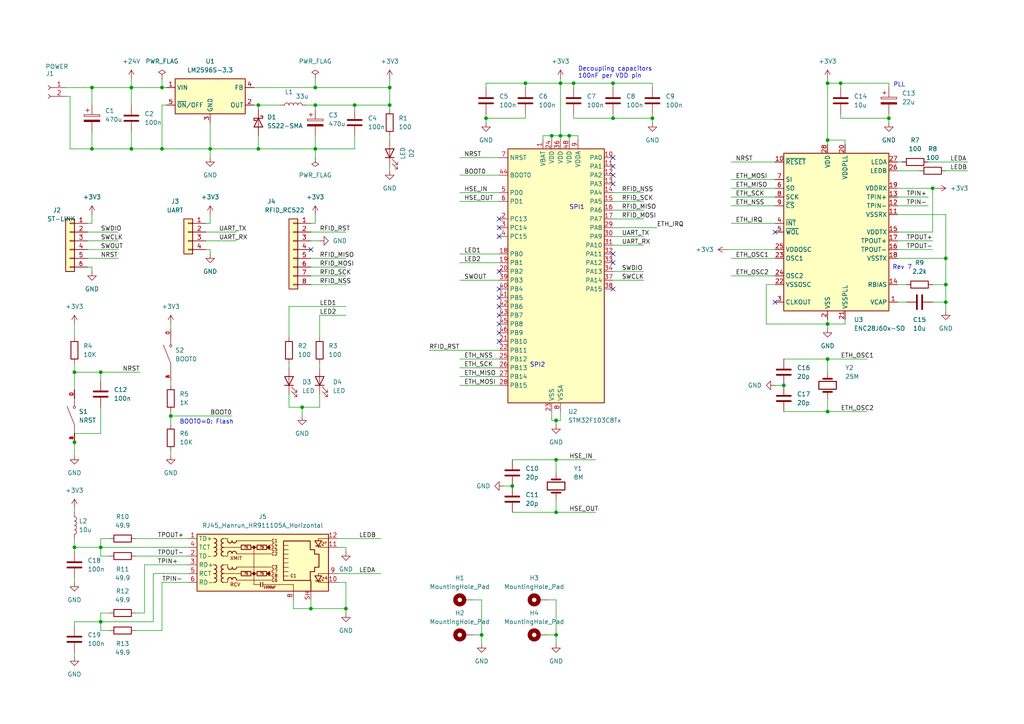
<source format=kicad_sch>
(kicad_sch (version 20231120) (generator "eeschema") (generator_version "8.0")
  (paper "A4")
  (title_block (title "Ethernet RFID Reader ") (date "2025-02-12") (rev "1.1"))
  (junction (at 38.1 25.4))
  (junction (at 91.44 30.48))
  (junction (at 91.44 43.18))
  (junction (at 91.44 25.4))
  (junction (at 139.7 184.15))
  (junction (at 270.51 54.61))
  (junction (at 240.03 24.13))
  (junction (at 240.03 104.14))
  (junction (at 274.32 82.55))
  (junction (at 29.21 158.75))
  (junction (at 113.03 25.4))
  (junction (at 162.56 39.37))
  (junction (at 38.1 43.18))
  (junction (at 161.29 184.15))
  (junction (at 21.59 158.75))
  (junction (at 243.84 24.13))
  (junction (at 162.56 24.13))
  (junction (at 165.1 39.37))
  (junction (at 152.4 24.13))
  (junction (at 87.63 118.11))
  (junction (at 90.17 176.53))
  (junction (at 148.59 140.97))
  (junction (at 240.03 93.98))
  (junction (at 113.03 30.48))
  (junction (at 227.33 111.76))
  (junction (at 177.8 34.29))
  (junction (at 102.87 30.48))
  (junction (at 74.93 30.48))
  (junction (at 257.81 34.29))
  (junction (at 21.59 128.27))
  (junction (at 177.8 24.13))
  (junction (at 240.03 40.64))
  (junction (at 100.33 176.53))
  (junction (at 29.21 180.34))
  (junction (at 274.32 87.63))
  (junction (at 60.96 43.18))
  (junction (at 21.59 107.95))
  (junction (at 166.37 24.13))
  (junction (at 46.99 43.18))
  (junction (at 240.03 119.38))
  (junction (at 161.29 133.35))
  (junction (at 29.21 107.95))
  (junction (at 26.67 43.18))
  (junction (at 160.02 39.37))
  (junction (at 161.29 121.92))
  (junction (at 274.32 74.93))
  (junction (at 189.23 34.29))
  (junction (at 46.99 25.4))
  (junction (at 74.93 43.18))
  (junction (at 26.67 25.4))
  (junction (at 49.53 120.65))
  (junction (at 161.29 148.59))
  (junction (at 140.97 34.29))
  (no_connect (at 177.8 48.26))
  (no_connect (at 224.79 67.31))
  (no_connect (at 144.78 78.74))
  (no_connect (at 144.78 93.98))
  (no_connect (at 144.78 83.82))
  (no_connect (at 90.17 72.39))
  (no_connect (at 224.79 87.63))
  (no_connect (at 177.8 73.66))
  (no_connect (at 144.78 63.5))
  (no_connect (at 177.8 50.8))
  (no_connect (at 144.78 68.58))
  (no_connect (at 177.8 76.2))
  (no_connect (at 144.78 96.52))
  (no_connect (at 144.78 88.9))
  (no_connect (at 144.78 86.36))
  (no_connect (at 144.78 91.44))
  (no_connect (at 177.8 53.34))
  (no_connect (at 177.8 83.82))
  (no_connect (at 177.8 45.72))
  (no_connect (at 144.78 99.06))
  (no_connect (at 144.78 66.04))
  (wire (pts (xy 29.21 156.21) (xy 31.75 156.21)))
  (wire (pts (xy 157.48 39.37) (xy 157.48 40.64)))
  (wire (pts (xy 260.35 67.31) (xy 270.51 67.31)))
  (wire (pts (xy 90.17 67.31) (xy 100.33 67.31)))
  (wire (pts (xy 162.56 24.13) (xy 162.56 39.37)))
  (wire (pts (xy 19.05 25.4) (xy 26.67 25.4)))
  (wire (pts (xy 54.61 168.91) (xy 46.99 168.91)))
  (wire (pts (xy 160.02 39.37) (xy 160.02 40.64)))
  (wire (pts (xy 87.63 118.11) (xy 92.71 118.11)))
  (wire (pts (xy 269.24 46.99) (xy 280.67 46.99)))
  (wire (pts (xy 39.37 156.21) (xy 54.61 156.21)))
  (wire (pts (xy 97.79 156.21) (xy 110.49 156.21)))
  (wire (pts (xy 227.33 119.38) (xy 240.03 119.38)))
  (wire (pts (xy 212.09 80.01) (xy 224.79 80.01)))
  (wire (pts (xy 38.1 22.86) (xy 38.1 25.4)))
  (wire (pts (xy 274.32 49.53) (xy 280.67 49.53)))
  (wire (pts (xy 177.8 24.13) (xy 189.23 24.13)))
  (wire (pts (xy 54.61 166.37) (xy 44.45 166.37)))
  (wire (pts (xy 59.69 67.31) (xy 68.58 67.31)))
  (wire (pts (xy 21.59 147.32) (xy 21.59 148.59)))
  (wire (pts (xy 87.63 118.11) (xy 83.82 118.11)))
  (wire (pts (xy 21.59 113.03) (xy 21.59 107.95)))
  (wire (pts (xy 26.67 38.1) (xy 26.67 43.18)))
  (wire (pts (xy 60.96 73.66) (xy 60.96 72.39)))
  (wire (pts (xy 240.03 24.13) (xy 243.84 24.13)))
  (wire (pts (xy 29.21 158.75) (xy 29.21 156.21)))
  (wire (pts (xy 41.91 163.83) (xy 41.91 177.8)))
  (wire (pts (xy 166.37 34.29) (xy 166.37 33.02)))
  (wire (pts (xy 60.96 43.18) (xy 60.96 45.72)))
  (wire (pts (xy 60.96 43.18) (xy 74.93 43.18)))
  (wire (pts (xy 243.84 34.29) (xy 257.81 34.29)))
  (wire (pts (xy 133.35 104.14) (xy 144.78 104.14)))
  (wire (pts (xy 133.35 81.28) (xy 144.78 81.28)))
  (wire (pts (xy 60.96 35.56) (xy 60.96 43.18)))
  (wire (pts (xy 189.23 34.29) (xy 189.23 35.56)))
  (wire (pts (xy 274.32 74.93) (xy 274.32 82.55)))
  (wire (pts (xy 162.56 39.37) (xy 160.02 39.37)))
  (wire (pts (xy 29.21 107.95) (xy 40.64 107.95)))
  (wire (pts (xy 29.21 125.73) (xy 21.59 125.73)))
  (wire (pts (xy 26.67 25.4) (xy 38.1 25.4)))
  (wire (pts (xy 29.21 118.11) (xy 29.21 125.73)))
  (wire (pts (xy 133.35 76.2) (xy 144.78 76.2)))
  (wire (pts (xy 73.66 30.48) (xy 74.93 30.48)))
  (wire (pts (xy 90.17 176.53) (xy 100.33 176.53)))
  (wire (pts (xy 274.32 62.23) (xy 274.32 74.93)))
  (wire (pts (xy 21.59 156.21) (xy 21.59 158.75)))
  (wire (pts (xy 167.64 39.37) (xy 167.64 40.64)))
  (wire (pts (xy 260.35 54.61) (xy 270.51 54.61)))
  (wire (pts (xy 90.17 64.77) (xy 91.44 64.77)))
  (wire (pts (xy 257.81 25.4) (xy 257.81 24.13)))
  (wire (pts (xy 31.75 182.88) (xy 29.21 182.88)))
  (wire (pts (xy 260.35 62.23) (xy 274.32 62.23)))
  (wire (pts (xy 38.1 38.1) (xy 38.1 43.18)))
  (wire (pts (xy 161.29 148.59) (xy 172.72 148.59)))
  (wire (pts (xy 46.99 25.4) (xy 48.26 25.4)))
  (wire (pts (xy 49.53 120.65) (xy 49.53 123.19)))
  (wire (pts (xy 60.96 72.39) (xy 59.69 72.39)))
  (wire (pts (xy 100.33 158.75) (xy 97.79 158.75)))
  (wire (pts (xy 48.26 30.48) (xy 46.99 30.48)))
  (wire (pts (xy 100.33 168.91) (xy 97.79 168.91)))
  (wire (pts (xy 137.16 173.99) (xy 139.7 173.99)))
  (wire (pts (xy 140.97 34.29) (xy 140.97 35.56)))
  (wire (pts (xy 212.09 54.61) (xy 224.79 54.61)))
  (wire (pts (xy 46.99 182.88) (xy 39.37 182.88)))
  (wire (pts (xy 260.35 57.15) (xy 269.24 57.15)))
  (wire (pts (xy 91.44 25.4) (xy 113.03 25.4)))
  (wire (pts (xy 31.75 177.8) (xy 29.21 177.8)))
  (wire (pts (xy 54.61 163.83) (xy 41.91 163.83)))
  (wire (pts (xy 227.33 104.14) (xy 240.03 104.14)))
  (wire (pts (xy 162.56 39.37) (xy 162.56 40.64)))
  (wire (pts (xy 137.16 184.15) (xy 139.7 184.15)))
  (wire (pts (xy 29.21 180.34) (xy 44.45 180.34)))
  (wire (pts (xy 91.44 43.18) (xy 102.87 43.18)))
  (wire (pts (xy 90.17 173.99) (xy 90.17 176.53)))
  (wire (pts (xy 245.11 93.98) (xy 240.03 93.98)))
  (wire (pts (xy 85.09 176.53) (xy 90.17 176.53)))
  (wire (pts (xy 161.29 121.92) (xy 160.02 121.92)))
  (wire (pts (xy 260.35 59.69) (xy 269.24 59.69)))
  (wire (pts (xy 133.35 55.88) (xy 144.78 55.88)))
  (wire (pts (xy 240.03 40.64) (xy 240.03 41.91)))
  (wire (pts (xy 189.23 24.13) (xy 189.23 25.4)))
  (wire (pts (xy 257.81 34.29) (xy 257.81 33.02)))
  (wire (pts (xy 26.67 43.18) (xy 20.32 43.18)))
  (wire (pts (xy 161.29 133.35) (xy 161.29 137.16)))
  (wire (pts (xy 162.56 24.13) (xy 166.37 24.13)))
  (wire (pts (xy 274.32 87.63) (xy 270.51 87.63)))
  (wire (pts (xy 212.09 46.99) (xy 224.79 46.99)))
  (wire (pts (xy 113.03 22.86) (xy 113.03 25.4)))
  (wire (pts (xy 19.05 27.94) (xy 20.32 27.94)))
  (wire (pts (xy 177.8 55.88) (xy 186.69 55.88)))
  (wire (pts (xy 140.97 34.29) (xy 140.97 33.02)))
  (wire (pts (xy 257.81 34.29) (xy 257.81 35.56)))
  (wire (pts (xy 270.51 67.31) (xy 270.51 54.61)))
  (wire (pts (xy 240.03 119.38) (xy 240.03 115.57)))
  (wire (pts (xy 90.17 74.93) (xy 100.33 74.93)))
  (wire (pts (xy 90.17 82.55) (xy 100.33 82.55)))
  (wire (pts (xy 44.45 166.37) (xy 44.45 180.34)))
  (wire (pts (xy 49.53 120.65) (xy 67.31 120.65)))
  (wire (pts (xy 26.67 25.4) (xy 26.67 30.48)))
  (wire (pts (xy 83.82 88.9) (xy 100.33 88.9)))
  (wire (pts (xy 260.35 69.85) (xy 270.51 69.85)))
  (wire (pts (xy 139.7 173.99) (xy 139.7 184.15)))
  (wire (pts (xy 148.59 133.35) (xy 161.29 133.35)))
  (wire (pts (xy 29.21 107.95) (xy 29.21 110.49)))
  (wire (pts (xy 177.8 66.04) (xy 190.5 66.04)))
  (wire (pts (xy 92.71 91.44) (xy 100.33 91.44)))
  (wire (pts (xy 25.4 67.31) (xy 34.29 67.31)))
  (wire (pts (xy 49.53 130.81) (xy 49.53 132.08)))
  (wire (pts (xy 29.21 158.75) (xy 29.21 161.29)))
  (wire (pts (xy 260.35 72.39) (xy 270.51 72.39)))
  (wire (pts (xy 161.29 173.99) (xy 161.29 184.15)))
  (wire (pts (xy 243.84 33.02) (xy 243.84 34.29)))
  (wire (pts (xy 102.87 30.48) (xy 113.03 30.48)))
  (wire (pts (xy 21.59 158.75) (xy 29.21 158.75)))
  (wire (pts (xy 46.99 43.18) (xy 60.96 43.18)))
  (wire (pts (xy 160.02 39.37) (xy 157.48 39.37)))
  (wire (pts (xy 26.67 43.18) (xy 38.1 43.18)))
  (wire (pts (xy 222.25 93.98) (xy 240.03 93.98)))
  (wire (pts (xy 21.59 128.27) (xy 21.59 132.08)))
  (wire (pts (xy 177.8 63.5) (xy 186.69 63.5)))
  (wire (pts (xy 260.35 82.55) (xy 262.89 82.55)))
  (wire (pts (xy 21.59 167.64) (xy 21.59 168.91)))
  (wire (pts (xy 212.09 74.93) (xy 224.79 74.93)))
  (wire (pts (xy 161.29 121.92) (xy 162.56 121.92)))
  (wire (pts (xy 21.59 93.98) (xy 21.59 97.79)))
  (wire (pts (xy 113.03 39.37) (xy 113.03 40.64)))
  (wire (pts (xy 133.35 45.72) (xy 144.78 45.72)))
  (wire (pts (xy 54.61 158.75) (xy 29.21 158.75)))
  (wire (pts (xy 240.03 92.71) (xy 240.03 93.98)))
  (wire (pts (xy 25.4 77.47) (xy 26.67 77.47)))
  (wire (pts (xy 60.96 64.77) (xy 59.69 64.77)))
  (wire (pts (xy 25.4 74.93) (xy 34.29 74.93)))
  (wire (pts (xy 212.09 59.69) (xy 224.79 59.69)))
  (wire (pts (xy 243.84 25.4) (xy 243.84 24.13)))
  (wire (pts (xy 46.99 30.48) (xy 46.99 43.18)))
  (wire (pts (xy 177.8 68.58) (xy 186.69 68.58)))
  (wire (pts (xy 74.93 30.48) (xy 81.28 30.48)))
  (wire (pts (xy 152.4 34.29) (xy 140.97 34.29)))
  (wire (pts (xy 212.09 64.77) (xy 224.79 64.77)))
  (wire (pts (xy 91.44 22.86) (xy 91.44 25.4)))
  (wire (pts (xy 240.03 24.13) (xy 240.03 40.64)))
  (wire (pts (xy 162.56 121.92) (xy 162.56 119.38)))
  (wire (pts (xy 90.17 77.47) (xy 100.33 77.47)))
  (wire (pts (xy 91.44 39.37) (xy 91.44 43.18)))
  (wire (pts (xy 29.21 177.8) (xy 29.21 180.34)))
  (wire (pts (xy 133.35 111.76) (xy 144.78 111.76)))
  (wire (pts (xy 260.35 74.93) (xy 274.32 74.93)))
  (wire (pts (xy 21.59 189.23) (xy 21.59 190.5)))
  (wire (pts (xy 161.29 123.19) (xy 161.29 121.92)))
  (wire (pts (xy 83.82 118.11) (xy 83.82 114.3)))
  (wire (pts (xy 140.97 24.13) (xy 152.4 24.13)))
  (wire (pts (xy 146.05 140.97) (xy 148.59 140.97)))
  (wire (pts (xy 139.7 184.15) (xy 139.7 186.69)))
  (wire (pts (xy 212.09 57.15) (xy 224.79 57.15)))
  (wire (pts (xy 100.33 160.02) (xy 100.33 158.75)))
  (wire (pts (xy 260.35 87.63) (xy 262.89 87.63)))
  (wire (pts (xy 85.09 173.99) (xy 85.09 176.53)))
  (wire (pts (xy 140.97 25.4) (xy 140.97 24.13)))
  (wire (pts (xy 161.29 184.15) (xy 161.29 186.69)))
  (wire (pts (xy 113.03 30.48) (xy 113.03 31.75)))
  (wire (pts (xy 92.71 114.3) (xy 92.71 118.11)))
  (wire (pts (xy 74.93 30.48) (xy 74.93 31.75)))
  (wire (pts (xy 162.56 22.86) (xy 162.56 24.13)))
  (wire (pts (xy 165.1 39.37) (xy 162.56 39.37)))
  (wire (pts (xy 240.03 93.98) (xy 240.03 95.25)))
  (wire (pts (xy 46.99 22.86) (xy 46.99 25.4)))
  (wire (pts (xy 158.75 173.99) (xy 161.29 173.99)))
  (wire (pts (xy 177.8 25.4) (xy 177.8 24.13)))
  (wire (pts (xy 124.46 101.6) (xy 144.78 101.6)))
  (wire (pts (xy 31.75 161.29) (xy 29.21 161.29)))
  (wire (pts (xy 26.67 62.23) (xy 26.67 64.77)))
  (wire (pts (xy 74.93 39.37) (xy 74.93 43.18)))
  (wire (pts (xy 21.59 128.27) (xy 21.59 125.73)))
  (wire (pts (xy 91.44 30.48) (xy 102.87 30.48)))
  (wire (pts (xy 39.37 161.29) (xy 54.61 161.29)))
  (wire (pts (xy 20.32 27.94) (xy 20.32 43.18)))
  (wire (pts (xy 29.21 180.34) (xy 29.21 182.88)))
  (wire (pts (xy 38.1 43.18) (xy 46.99 43.18)))
  (wire (pts (xy 133.35 106.68) (xy 144.78 106.68)))
  (wire (pts (xy 74.93 43.18) (xy 91.44 43.18)))
  (wire (pts (xy 274.32 82.55) (xy 270.51 82.55)))
  (wire (pts (xy 158.75 184.15) (xy 161.29 184.15)))
  (wire (pts (xy 148.59 148.59) (xy 161.29 148.59)))
  (wire (pts (xy 41.91 177.8) (xy 39.37 177.8)))
  (wire (pts (xy 133.35 58.42) (xy 144.78 58.42)))
  (wire (pts (xy 245.11 41.91) (xy 245.11 40.64)))
  (wire (pts (xy 91.44 30.48) (xy 91.44 31.75)))
  (wire (pts (xy 161.29 133.35) (xy 172.72 133.35)))
  (wire (pts (xy 160.02 121.92) (xy 160.02 119.38)))
  (wire (pts (xy 21.59 107.95) (xy 29.21 107.95)))
  (wire (pts (xy 240.03 104.14) (xy 240.03 107.95)))
  (wire (pts (xy 166.37 24.13) (xy 177.8 24.13)))
  (wire (pts (xy 38.1 25.4) (xy 46.99 25.4)))
  (wire (pts (xy 113.03 25.4) (xy 113.03 30.48)))
  (wire (pts (xy 270.51 54.61) (xy 271.78 54.61)))
  (wire (pts (xy 152.4 25.4) (xy 152.4 24.13)))
  (wire (pts (xy 274.32 87.63) (xy 274.32 82.55)))
  (wire (pts (xy 73.66 25.4) (xy 91.44 25.4)))
  (wire (pts (xy 243.84 24.13) (xy 257.81 24.13)))
  (wire (pts (xy 92.71 105.41) (xy 92.71 106.68)))
  (wire (pts (xy 152.4 24.13) (xy 162.56 24.13)))
  (wire (pts (xy 260.35 46.99) (xy 261.62 46.99)))
  (wire (pts (xy 21.59 180.34) (xy 21.59 181.61)))
  (wire (pts (xy 177.8 60.96) (xy 186.69 60.96)))
  (wire (pts (xy 21.59 180.34) (xy 29.21 180.34)))
  (wire (pts (xy 222.25 82.55) (xy 222.25 93.98)))
  (wire (pts (xy 87.63 120.65) (xy 87.63 118.11)))
  (wire (pts (xy 91.44 45.72) (xy 91.44 43.18)))
  (wire (pts (xy 100.33 176.53) (xy 100.33 168.91)))
  (wire (pts (xy 83.82 105.41) (xy 83.82 106.68)))
  (wire (pts (xy 177.8 81.28) (xy 186.69 81.28)))
  (wire (pts (xy 245.11 40.64) (xy 240.03 40.64)))
  (wire (pts (xy 152.4 34.29) (xy 152.4 33.02)))
  (wire (pts (xy 100.33 177.8) (xy 100.33 176.53)))
  (wire (pts (xy 49.53 119.38) (xy 49.53 120.65)))
  (wire (pts (xy 91.44 64.77) (xy 91.44 62.23)))
  (wire (pts (xy 166.37 25.4) (xy 166.37 24.13)))
  (wire (pts (xy 177.8 34.29) (xy 189.23 34.29)))
  (wire (pts (xy 49.53 110.49) (xy 49.53 111.76)))
  (wire (pts (xy 90.17 80.01) (xy 100.33 80.01)))
  (wire (pts (xy 25.4 69.85) (xy 34.29 69.85)))
  (wire (pts (xy 21.59 105.41) (xy 21.59 107.95)))
  (wire (pts (xy 60.96 62.23) (xy 60.96 64.77)))
  (wire (pts (xy 224.79 111.76) (xy 227.33 111.76)))
  (wire (pts (xy 90.17 69.85) (xy 92.71 69.85)))
  (wire (pts (xy 113.03 48.26) (xy 113.03 49.53)))
  (wire (pts (xy 240.03 22.86) (xy 240.03 24.13)))
  (wire (pts (xy 260.35 49.53) (xy 266.7 49.53)))
  (wire (pts (xy 133.35 109.22) (xy 144.78 109.22)))
  (wire (pts (xy 177.8 34.29) (xy 177.8 33.02)))
  (wire (pts (xy 189.23 34.29) (xy 189.23 33.02)))
  (wire (pts (xy 161.29 144.78) (xy 161.29 148.59)))
  (wire (pts (xy 102.87 39.37) (xy 102.87 43.18)))
  (wire (pts (xy 177.8 71.12) (xy 186.69 71.12)))
  (wire (pts (xy 133.35 73.66) (xy 144.78 73.66)))
  (wire (pts (xy 92.71 91.44) (xy 92.71 97.79)))
  (wire (pts (xy 88.9 30.48) (xy 91.44 30.48)))
  (wire (pts (xy 177.8 78.74) (xy 186.69 78.74)))
  (wire (pts (xy 222.25 82.55) (xy 224.79 82.55)))
  (wire (pts (xy 177.8 58.42) (xy 186.69 58.42)))
  (wire (pts (xy 25.4 72.39) (xy 34.29 72.39)))
  (wire (pts (xy 245.11 92.71) (xy 245.11 93.98)))
  (wire (pts (xy 49.53 93.98) (xy 49.53 95.25)))
  (wire (pts (xy 38.1 25.4) (xy 38.1 30.48)))
  (wire (pts (xy 83.82 97.79) (xy 83.82 88.9)))
  (wire (pts (xy 102.87 30.48) (xy 102.87 31.75)))
  (wire (pts (xy 212.09 52.07) (xy 224.79 52.07)))
  (wire (pts (xy 46.99 168.91) (xy 46.99 182.88)))
  (wire (pts (xy 25.4 64.77) (xy 26.67 64.77)))
  (wire (pts (xy 165.1 39.37) (xy 167.64 39.37)))
  (wire (pts (xy 240.03 104.14) (xy 251.46 104.14)))
  (wire (pts (xy 166.37 34.29) (xy 177.8 34.29)))
  (wire (pts (xy 97.79 166.37) (xy 110.49 166.37)))
  (wire (pts (xy 21.59 160.02) (xy 21.59 158.75)))
  (wire (pts (xy 274.32 90.17) (xy 274.32 87.63)))
  (wire (pts (xy 59.69 69.85) (xy 68.58 69.85)))
  (wire (pts (xy 26.67 77.47) (xy 26.67 78.74)))
  (wire (pts (xy 133.35 50.8) (xy 144.78 50.8)))
  (wire (pts (xy 165.1 39.37) (xy 165.1 40.64)))
  (wire (pts (xy 240.03 119.38) (xy 251.46 119.38)))
  (wire (pts (xy 210.82 72.39) (xy 224.79 72.39)))
  (text "PLL" (at 259.08 25.4 0) (effects (font (size 1.27 1.27)) (justify left bottom)))
  (text "Decoupling capacitors\n100nF per VDD pin" (at 167.64 22.86 0) (effects (font (size 1.27 1.27)) (justify left bottom)))
  (text "Rev 7" (at 258.826 78.359 0) (effects (font (size 1.27 1.27)) (justify left bottom)))
  (text "SPI2" (at 153.67 106.68 0) (effects (font (size 1.27 1.27)) (justify left bottom)))
  (text "SPI1" (at 165.1 60.96 0) (effects (font (size 1.27 1.27)) (justify left bottom)))
  (text "BOOT0=0: Flash" (at 52.07 123.19 0) (effects (font (size 1.27 1.27)) (justify left bottom)))
  (label "ETH_OSC1" (at 243.84 104.14 0))
  (label "SWOUT" (at 29.21 72.39 0))
  (label "LED2" (at 134.62 76.2 0))
  (label "RFID_MISO" (at 92.71 74.93 0))
  (label "LEDA" (at 275.59 46.99 0))
  (label "ETH_NSS" (at 134.62 104.14 0))
  (label "LED1" (at 92.71 88.9 0))
  (label "NRST" (at 29.21 74.93 0))
  (label "ETH_OSC2" (at 213.36 80.01 0))
  (label "LEDB" (at 104.14 156.21 0))
  (label "RFID_MISO" (at 180.34 60.96 0))
  (label "NRST" (at 213.36 46.99 0))
  (label "NRST" (at 134.62 45.72 0))
  (label "SWCLK" (at 29.21 69.85 0))
  (label "UART_RX" (at 180.34 71.12 0))
  (label "ETH_IRQ" (at 213.36 64.77 0))
  (label "ETH_MISO" (at 213.36 54.61 0))
  (label "TPIN-" (at 46.99 168.91 0))
  (label "HSE_OUT" (at 165.1 148.59 0))
  (label "TPOUT+" (at 262.89 69.85 0))
  (label "ETH_IRQ" (at 190.5 66.04 0))
  (label "ETH_MISO" (at 134.62 109.22 0))
  (label "ETH_OSC2" (at 243.84 119.38 0))
  (label "ETH_MOSI" (at 213.36 52.07 0))
  (label "HSE_IN" (at 165.1 133.35 0))
  (label "RFID_NSS" (at 180.34 55.88 0))
  (label "UART_TX" (at 180.34 68.58 0))
  (label "SWCLK" (at 180.34 81.28 0))
  (label "RFID_SCK" (at 92.71 80.01 0))
  (label "TPOUT+" (at 45.72 156.21 0))
  (label "ETH_SCK" (at 134.62 106.68 0))
  (label "RFID_SCK" (at 180.34 58.42 0))
  (label "RFID_MOSI" (at 92.71 77.47 0))
  (label "RFID_RST" (at 124.46 101.6 0))
  (label "RFID_NSS" (at 92.71 82.55 0))
  (label "ETH_OSC1" (at 213.36 74.93 0))
  (label "LED1" (at 134.62 73.66 0))
  (label "TPIN-" (at 262.89 59.69 0))
  (label "RFID_RST" (at 92.71 67.31 0))
  (label "SWDIO" (at 29.21 67.31 0))
  (label "UART_TX" (at 63.5 67.31 0))
  (label "SWOUT" (at 134.62 81.28 0))
  (label "HSE_IN" (at 134.62 55.88 0))
  (label "UART_RX" (at 63.5 69.85 0))
  (label "LED2" (at 92.71 91.44 0))
  (label "BOOT0" (at 134.62 50.8 0))
  (label "ETH_MOSI" (at 134.62 111.76 0))
  (label "ETH_SCK" (at 213.36 57.15 0))
  (label "LEDA" (at 104.14 166.37 0))
  (label "ETH_NSS" (at 213.36 59.69 0))
  (label "TPIN+" (at 45.72 163.83 0))
  (label "LEDB" (at 275.59 49.53 0))
  (label "SWDIO" (at 180.34 78.74 0))
  (label "RFID_MOSI" (at 180.34 63.5 0))
  (label "TPOUT-" (at 262.89 72.39 0))
  (label "TPIN+" (at 262.89 57.15 0))
  (label "BOOT0" (at 60.96 120.65 0))
  (label "NRST" (at 35.56 107.95 0))
  (label "HSE_OUT" (at 134.62 58.42 0))
  (label "TPOUT-" (at 45.72 161.29 0))
  (symbol (lib_id "power:+3V3") (at 21.59 147.32 0) (unit 1)
    (property "Reference" "#PWR031" (effects (hide yes)))
    (property "Value" "+3V3" (at 21.59 142.24 0))
  )
  (symbol (lib_id "power:GND") (at 60.96 45.72 0) (unit 1)
    (property "Reference" "#PWR06" (effects (hide yes)))
    (property "Value" "GND" (at 60.96 50.8 0))
  )
  (symbol (lib_id "power:GND") (at 26.67 78.74 0) (unit 1)
    (property "Reference" "#PWR012" (effects (hide yes)))
    (property "Value" "GND" (at 26.67 83.82 0))
  )
  (symbol (lib_id "power:+3V3") (at 26.67 62.23 0) (unit 1)
    (property "Reference" "#PWR08" (effects (hide yes)))
    (property "Value" "+3V3" (at 26.67 57.15 0))
  )
  (symbol (lib_id "power:GND") (at 257.81 35.56 0) (unit 1)
    (property "Reference" "#PWR023" (effects (hide yes)))
    (property "Value" "GND" (at 257.81 40.64 0))
  )
  (symbol (lib_id "power:GND") (at 224.79 111.76 270) (unit 1)
    (property "Reference" "#PWR029" (effects (hide yes)))
    (property "Value" "GND" (at 220.98 111.76 90) (effects (justify right)))
  )
  (symbol (lib_id "power:GND") (at 140.97 35.56 0) (unit 1)
    (property "Reference" "#PWR04" (effects (hide yes)))
    (property "Value" "GND" (at 140.97 40.64 0))
  )
  (symbol (lib_id "power:GND") (at 146.05 140.97 270) (unit 1)
    (property "Reference" "#PWR015" (effects (hide yes)))
    (property "Value" "GND" (at 142.24 140.97 90) (effects (justify right)))
  )
  (symbol (lib_id "Device:R") (at 265.43 46.99 90) (unit 1)
    (property "Reference" "R7" (at 265.43 40.64 90))
    (property "Value" "100" (at 265.43 43.18 90))
    (property "Footprint" "Resistor_SMD:R_0805_2012Metric" (effects (hide yes)))
  )
  (symbol (lib_id "power:GND") (at 139.7 186.69 0) (unit 1)
    (property "Reference" "#PWR016" (effects (hide yes)))
    (property "Value" "GND" (at 139.7 191.77 0))
  )
  (symbol (lib_id "power:GND") (at 189.23 35.56 0) (unit 1)
    (property "Reference" "#PWR05" (effects (hide yes)))
    (property "Value" "GND" (at 189.23 40.64 0))
  )
  (symbol (lib_id "Device:R") (at 35.56 161.29 90) (unit 1)
    (property "Reference" "R11" (at 35.56 165.1 90))
    (property "Value" "49.9" (at 35.56 167.64 90))
    (property "Footprint" "Resistor_SMD:R_0805_2012Metric" (effects (hide yes)))
  )
  (symbol (lib_id "Device:C_Polarized") (at 91.44 35.56 0) (unit 1)
    (property "Reference" "C3" (at 95.25 33.401 0) (effects (justify left)))
    (property "Value" "470u" (at 95.25 35.941 0) (effects (justify left)))
    (property "Footprint" "Capacitor_SMD:CP_Elec_8x10" (effects (hide yes)))
  )
  (symbol (lib_id "power:+3V3") (at 210.82 72.39 90) (unit 1)
    (property "Reference" "#PWR026" (effects (hide yes)))
    (property "Value" "+3V3" (at 207.01 72.39 90) (effects (justify left)))
  )
  (symbol (lib_id "power:+3V3") (at 21.59 93.98 0) (unit 1)
    (property "Reference" "#PWR018" (effects (hide yes)))
    (property "Value" "+3V3" (at 21.59 88.9 0))
  )
  (symbol (lib_id "Diode:SS22") (at 74.93 35.56 270) (unit 1)
    (property "Reference" "D1" (at 77.47 33.9725 90) (effects (justify left)))
    (property "Value" "SS22-SMA" (at 77.47 36.5125 90) (effects (justify left)))
    (property "Footprint" "Diode_SMD:D_SMA" (effects (hide yes)))
  )
  (symbol (lib_id "Device:C_Polarized") (at 26.67 34.29 0) (unit 1)
    (property "Reference" "C1" (at 30.48 32.131 0) (effects (justify left)))
    (property "Value" "470u" (at 30.48 34.671 0) (effects (justify left)))
    (property "Footprint" "Capacitor_SMD:CP_Elec_8x10" (effects (hide yes)))
  )
  (symbol (lib_id "power:GND") (at 100.33 177.8 0) (unit 1)
    (property "Reference" "#PWR034" (effects (hide yes)))
    (property "Value" "GND" (at 100.33 182.88 0))
  )
  (symbol (lib_id "power:+3V3") (at 60.96 62.23 0) (unit 1)
    (property "Reference" "#PWR09" (effects (hide yes)))
    (property "Value" "+3V3" (at 60.96 57.15 0))
  )
  (symbol (lib_id "Interface_Ethernet:ENC28J60x-SO") (at 242.57 67.31 0) (unit 1)
    (property "Reference" "U3" (at 247.65 92.71 0) (effects (justify left)))
    (property "Value" "ENC28J60x-SO" (at 247.65 95.25 0) (effects (justify left)))
    (property "Footprint" "Package_SO:SOIC-28W_7.5x17.9mm_P1.27mm" (effects (hide yes)))
  )
  (symbol (lib_id "power:+3V3") (at 49.53 93.98 0) (unit 1)
    (property "Reference" "#PWR020" (effects (hide yes)))
    (property "Value" "+3V3" (at 49.53 88.9 0))
  )
  (symbol (lib_id "Device:Crystal") (at 161.29 140.97 270) (mirror x) (unit 1)
    (property "Reference" "Y1" (at 166.37 135.89 90) (effects (justify left)))
    (property "Value" "8M" (at 166.37 138.43 90) (effects (justify left)))
    (property "Footprint" "Crystal:Crystal_SMD_HC49-SD" (effects (hide yes)))
  )
  (symbol (lib_id "Device:C") (at 148.59 144.78 0) (unit 1)
    (property "Reference" "C11" (at 152.4 143.51 0) (effects (justify left)))
    (property "Value" "20p" (at 152.4 146.05 0) (effects (justify left)))
    (property "Footprint" "Capacitor_SMD:C_0603_1608Metric" (effects (hide yes)))
  )
  (symbol (lib_id "Device:C") (at 266.7 87.63 90) (unit 1)
    (property "Reference" "C15" (at 266.7 92.71 90))
    (property "Value" "10u" (at 266.7 95.25 90))
    (property "Footprint" "Capacitor_SMD:C_0603_1608Metric" (effects (hide yes)))
  )
  (symbol (lib_id "Device:R") (at 266.7 82.55 90) (unit 1)
    (property "Reference" "R9" (at 266.7 76.2 90))
    (property "Value" "2.2k" (at 266.7 78.74 90))
    (property "Footprint" "Resistor_SMD:R_0805_2012Metric" (effects (hide yes)))
  )
  (symbol (lib_id "Regulator_Switching:LM2596S-3.3") (at 60.96 27.94 0) (unit 1)
    (property "Reference" "U1" (at 60.96 17.78 0))
    (property "Value" "LM2596S-3.3" (at 60.96 20.32 0))
    (property "Footprint" "Package_TO_SOT_SMD:TO-263-5_TabPin3" (effects (hide yes)))
  )
  (symbol (lib_id "power:GND") (at 100.33 160.02 0) (unit 1)
    (property "Reference" "#PWR032" (effects (hide yes)))
    (property "Value" "GND" (at 100.33 165.1 0))
  )
  (symbol (lib_id "Device:L") (at 85.09 30.48 90) (unit 1)
    (property "Reference" "L1" (at 83.82 26.67 90))
    (property "Value" "33u" (at 87.63 27.94 90))
    (property "Footprint" "Inductor_SMD:L_7.3x7.3_H4.5" (effects (hide yes)))
  )
  (symbol (lib_id "power:GND") (at 161.29 186.69 0) (unit 1)
    (property "Reference" "#PWR036" (effects (hide yes)))
    (property "Value" "GND" (at 161.29 191.77 0))
  )
  (symbol (lib_id "Device:C") (at 140.97 29.21 0) (unit 1)
    (property "Reference" "C5" (at 144.78 27.94 0) (effects (justify left)))
    (property "Value" "100n" (at 144.78 30.48 0) (effects (justify left)))
    (property "Footprint" "Capacitor_SMD:C_0805_2012Metric" (effects (hide yes)))
  )
  (symbol (lib_id "Device:R") (at 49.53 127 0) (unit 1)
    (property "Reference" "R6" (at 52.07 125.73 0) (effects (justify left)))
    (property "Value" "10K" (at 52.07 128.27 0) (effects (justify left)))
    (property "Footprint" "Resistor_SMD:R_0805_2012Metric" (effects (hide yes)))
  )
  (symbol (lib_id "SW_TS-1187A-B-A-B:TS-1187A-B-A-B") (at 49.53 102.87 90) (unit 1)
    (property "Reference" "S2" (at 50.8 101.6 90) (effects (justify right)))
    (property "Value" "BOOT0" (at 50.8 104.14 90) (effects (justify right)))
    (property "Footprint" "libs:SW_TS-1187A-B-A-B" (effects (hide yes)))
  )
  (symbol (lib_id "power:+24V") (at 38.1 22.86 0) (unit 1)
    (property "Reference" "#PWR01" (effects (hide yes)))
    (property "Value" "+24V" (at 38.1 17.78 0))
  )
  (symbol (lib_id "Device:L") (at 21.59 152.4 0) (unit 1)
    (property "Reference" "L2" (at 22.86 151.13 0) (effects (justify left)))
    (property "Value" "10u" (at 22.86 153.67 0) (effects (justify left)))
    (property "Footprint" "Inductor_SMD:L_1206_3216Metric" (effects (hide yes)))
  )
  (symbol (lib_id "Device:C") (at 243.84 29.21 0) (unit 1)
    (property "Reference" "C14" (at 247.65 27.94 0) (effects (justify left)))
    (property "Value" "10u" (at 247.65 30.48 0) (effects (justify left)))
    (property "Footprint" "Capacitor_SMD:C_0603_1608Metric" (effects (hide yes)))
  )
  (symbol (lib_id "Device:R") (at 92.71 101.6 0) (unit 1)
    (property "Reference" "R3" (at 95.25 100.3299 0) (effects (justify left)))
    (property "Value" "100" (at 95.25 102.8699 0) (effects (justify left)))
    (property "Footprint" "Resistor_SMD:R_0805_2012Metric" (effects (hide yes)))
  )
  (symbol (lib_id "power:PWR_FLAG") (at 91.44 22.86 0) (unit 1)
    (property "Reference" "#FLG01" (effects (hide yes)))
    (property "Value" "PWR_FLAG" (at 91.44 17.78 0))
  )
  (symbol (lib_id "Connector_Generic:Conn_01x08") (at 85.09 72.39 0) (mirror y) (unit 1)
    (property "Reference" "J4" (at 78.74 58.42 0))
    (property "Value" "RFID_RC522" (at 82.55 60.96 0))
    (property "Footprint" "libs:MODULE_CEG006900_1" (effects (hide yes)))
  )
  (symbol (lib_id "MCU_ST_STM32F1:STM32F103C8Tx") (at 160.02 81.28 0) (unit 1)
    (property "Reference" "U2" (at 164.7541 119.38 0) (effects (justify left)))
    (property "Value" "STM32F103C8Tx" (at 164.7541 121.92 0) (effects (justify left)))
    (property "Footprint" "Package_QFP:LQFP-48_7x7mm_P0.5mm" (effects (hide yes)))
  )
  (symbol (lib_id "Device:R") (at 83.82 101.6 0) (unit 1)
    (property "Reference" "R2" (at 86.36 100.3299 0) (effects (justify left)))
    (property "Value" "100" (at 86.36 102.8699 0) (effects (justify left)))
    (property "Footprint" "Resistor_SMD:R_0805_2012Metric" (effects (hide yes)))
  )
  (symbol (lib_id "Connector_Generic:Conn_01x06") (at 20.32 69.85 0) (mirror y) (unit 1)
    (property "Reference" "J2" (at 16.51 60.96 0))
    (property "Value" "ST-LINK" (at 17.78 63.5 0))
    (property "Footprint" "Connector_PinHeader_2.54mm:PinHeader_1x06_P2.54mm_Vertical" (effects (hide yes)))
  )
  (symbol (lib_id "power:GND") (at 60.96 73.66 0) (unit 1)
    (property "Reference" "#PWR013" (effects (hide yes)))
    (property "Value" "GND" (at 60.96 78.74 0))
  )
  (symbol (lib_id "Device:C") (at 189.23 29.21 0) (unit 1)
    (property "Reference" "C9" (at 193.04 27.94 0) (effects (justify left)))
    (property "Value" "100n" (at 193.04 30.48 0) (effects (justify left)))
    (property "Footprint" "Capacitor_SMD:C_0805_2012Metric" (effects (hide yes)))
  )
  (symbol (lib_id "Device:C") (at 29.21 114.3 180) (unit 1)
    (property "Reference" "C12" (at 33.02 113.03 0) (effects (justify right)))
    (property "Value" "100n" (at 33.02 115.57 0) (effects (justify right)))
    (property "Footprint" "Capacitor_SMD:C_0805_2012Metric" (effects (hide yes)))
  )
  (symbol (lib_id "power:+3V3") (at 91.44 62.23 0) (unit 1)
    (property "Reference" "#PWR010" (effects (hide yes)))
    (property "Value" "+3V3" (at 91.44 57.15 0))
  )
  (symbol (lib_id "Device:R") (at 35.56 177.8 90) (unit 1)
    (property "Reference" "R12" (at 35.56 171.45 90))
    (property "Value" "49.9" (at 35.56 173.99 90))
    (property "Footprint" "Resistor_SMD:R_0805_2012Metric" (effects (hide yes)))
  )
  (symbol (lib_id "power:GND") (at 49.53 132.08 0) (unit 1)
    (property "Reference" "#PWR021" (effects (hide yes)))
    (property "Value" "GND" (at 49.53 137.16 0))
  )
  (symbol (lib_id "power:PWR_FLAG") (at 91.44 45.72 180) (unit 1)
    (property "Reference" "#FLG02" (effects (hide yes)))
    (property "Value" "PWR_FLAG" (at 91.44 50.8 0))
  )
  (symbol (lib_id "Mechanical:MountingHole_Pad") (at 156.21 184.15 90) (unit 1)
    (property "Reference" "H4" (at 154.94 177.8 90))
    (property "Value" "MountingHole_Pad" (at 154.94 180.34 90))
    (property "Footprint" "MountingHole:MountingHole_3.5mm_Pad" (effects (hide yes)))
  )
  (symbol (lib_id "power:GND") (at 21.59 168.91 0) (unit 1)
    (property "Reference" "#PWR033" (effects (hide yes)))
    (property "Value" "GND" (at 21.59 173.99 0))
  )
  (symbol (lib_id "Device:LED") (at 92.71 110.49 90) (unit 1)
    (property "Reference" "D4" (at 96.52 110.8075 90) (effects (justify right)))
    (property "Value" "LED" (at 96.52 113.3475 90) (effects (justify right)))
    (property "Footprint" "LED_THT:LED_D3.0mm_Horizontal_O1.27mm_Z2.0mm" (effects (hide yes)))
  )
  (symbol (lib_id "power:GND") (at 113.03 49.53 0) (unit 1)
    (property "Reference" "#PWR07" (effects (hide yes)))
    (property "Value" "GND" (at 113.03 54.61 0))
  )
  (symbol (lib_id "Connector_Generic:Conn_01x04") (at 54.61 67.31 0) (mirror y) (unit 1)
    (property "Reference" "J3" (at 50.8 58.42 0))
    (property "Value" "UART" (at 50.8 60.96 0))
    (property "Footprint" "Connector_PinHeader_2.54mm:PinHeader_1x04_P2.54mm_Vertical" (effects (hide yes)))
  )
  (symbol (lib_id "Device:LED") (at 83.82 110.49 90) (unit 1)
    (property "Reference" "D3" (at 87.63 110.8075 90) (effects (justify right)))
    (property "Value" "LED" (at 87.63 113.3475 90) (effects (justify right)))
    (property "Footprint" "LED_THT:LED_D3.0mm_Horizontal_O1.27mm_Z2.0mm" (effects (hide yes)))
  )
  (symbol (lib_id "Device:R") (at 270.51 49.53 90) (unit 1)
    (property "Reference" "R8" (at 270.51 43.18 90))
    (property "Value" "100" (at 270.51 45.72 90))
    (property "Footprint" "Resistor_SMD:R_0805_2012Metric" (effects (hide yes)))
  )
  (symbol (lib_id "SW_TS-1187A-B-A-B:TS-1187A-B-A-B") (at 21.59 120.65 90) (unit 1)
    (property "Reference" "S1" (at 22.86 119.38 90) (effects (justify right)))
    (property "Value" "NRST" (at 22.86 121.92 90) (effects (justify right)))
    (property "Footprint" "libs:SW_TS-1187A-B-A-B" (effects (hide yes)))
  )
  (symbol (lib_id "power:+3V3") (at 271.78 54.61 270) (unit 1)
    (property "Reference" "#PWR024" (effects (hide yes)))
    (property "Value" "+3V3" (at 275.59 54.61 90) (effects (justify left)))
  )
  (symbol (lib_id "Device:C") (at 38.1 34.29 0) (unit 1)
    (property "Reference" "C2" (at 41.91 33.02 0) (effects (justify left)))
    (property "Value" "100n" (at 41.91 35.56 0) (effects (justify left)))
    (property "Footprint" "Capacitor_SMD:C_0805_2012Metric" (effects (hide yes)))
  )
  (symbol (lib_id "Device:C") (at 227.33 107.95 0) (unit 1)
    (property "Reference" "C16" (at 231.14 106.68 0) (effects (justify left)))
    (property "Value" "20p" (at 231.14 109.22 0) (effects (justify left)))
    (property "Footprint" "Capacitor_SMD:C_0603_1608Metric" (effects (hide yes)))
  )
  (symbol (lib_id "Device:Crystal") (at 240.03 111.76 270) (mirror x) (unit 1)
    (property "Reference" "Y2" (at 245.11 106.68 90) (effects (justify left)))
    (property "Value" "25M" (at 245.11 109.22 90) (effects (justify left)))
    (property "Footprint" "Crystal:Crystal_SMD_HC49-SD" (effects (hide yes)))
  )
  (symbol (lib_id "power:GND") (at 274.32 90.17 0) (unit 1)
    (property "Reference" "#PWR027" (effects (hide yes)))
    (property "Value" "GND" (at 274.32 95.25 0))
  )
  (symbol (lib_id "Device:C") (at 166.37 29.21 0) (unit 1)
    (property "Reference" "C7" (at 170.18 27.94 0) (effects (justify left)))
    (property "Value" "100n" (at 170.18 30.48 0) (effects (justify left)))
    (property "Footprint" "Capacitor_SMD:C_0805_2012Metric" (effects (hide yes)))
  )
  (symbol (lib_id "Device:R") (at 35.56 182.88 90) (unit 1)
    (property "Reference" "R13" (at 35.56 186.69 90))
    (property "Value" "49.9" (at 35.56 189.23 90))
    (property "Footprint" "Resistor_SMD:R_0805_2012Metric" (effects (hide yes)))
  )
  (symbol (lib_id "Mechanical:MountingHole_Pad") (at 134.62 173.99 90) (unit 1)
    (property "Reference" "H1" (at 133.35 167.64 90))
    (property "Value" "MountingHole_Pad" (at 133.35 170.18 90))
    (property "Footprint" "MountingHole:MountingHole_3.5mm_Pad" (effects (hide yes)))
  )
  (symbol (lib_id "power:GND") (at 21.59 190.5 0) (unit 1)
    (property "Reference" "#PWR035" (effects (hide yes)))
    (property "Value" "GND" (at 21.59 195.58 0))
  )
  (symbol (lib_id "Device:C") (at 148.59 137.16 0) (unit 1)
    (property "Reference" "C10" (at 152.4 135.89 0) (effects (justify left)))
    (property "Value" "20p" (at 152.4 138.43 0) (effects (justify left)))
    (property "Footprint" "Capacitor_SMD:C_0603_1608Metric" (effects (hide yes)))
  )
  (symbol (lib_id "power:GND") (at 21.59 132.08 0) (unit 1)
    (property "Reference" "#PWR019" (effects (hide yes)))
    (property "Value" "GND" (at 21.59 137.16 0))
  )
  (symbol (lib_id "Connector:Conn_01x02_Socket") (at 13.97 25.4 0) (mirror y) (unit 1)
    (property "Reference" "J1" (at 14.478 21.336 0))
    (property "Value" "POWER" (at 16.51 19.304 0))
    (property "Footprint" "Connector_JST:JST_XH_B2B-XH-A_1x02_P2.50mm_Vertical" (effects (hide yes)))
  )
  (symbol (lib_id "Mechanical:MountingHole_Pad") (at 134.62 184.15 90) (unit 1)
    (property "Reference" "H2" (at 133.35 177.8 90))
    (property "Value" "MountingHole_Pad" (at 133.35 180.34 90))
    (property "Footprint" "MountingHole:MountingHole_3.5mm_Pad" (effects (hide yes)))
  )
  (symbol (lib_id "Device:C") (at 227.33 115.57 0) (unit 1)
    (property "Reference" "C17" (at 231.14 114.3 0) (effects (justify left)))
    (property "Value" "20p" (at 231.14 116.84 0) (effects (justify left)))
    (property "Footprint" "Capacitor_SMD:C_0603_1608Metric" (effects (hide yes)))
  )
  (symbol (lib_id "Device:C") (at 21.59 163.83 0) (unit 1)
    (property "Reference" "C18" (at 25.4 162.56 0) (effects (justify left)))
    (property "Value" "100n" (at 25.4 165.1 0) (effects (justify left)))
    (property "Footprint" "Capacitor_SMD:C_0805_2012Metric" (effects (hide yes)))
  )
  (symbol (lib_id "Device:R") (at 21.59 101.6 0) (unit 1)
    (property "Reference" "R4" (at 24.13 100.33 0) (effects (justify left)))
    (property "Value" "10K" (at 24.13 102.87 0) (effects (justify left)))
    (property "Footprint" "Resistor_SMD:R_0805_2012Metric" (effects (hide yes)))
  )
  (symbol (lib_id "Device:R") (at 113.03 35.56 0) (unit 1)
    (property "Reference" "R1" (at 115.57 34.2899 0) (effects (justify left)))
    (property "Value" "100" (at 115.57 36.8299 0) (effects (justify left)))
    (property "Footprint" "Resistor_SMD:R_0805_2012Metric" (effects (hide yes)))
  )
  (symbol (lib_id "Device:C_Polarized") (at 257.81 29.21 0) (unit 1)
    (property "Reference" "C13" (at 261.62 27.051 0) (effects (justify left)))
    (property "Value" "22u" (at 261.62 29.591 0) (effects (justify left)))
    (property "Footprint" "Capacitor_SMD:C_0805_2012Metric" (effects (hide yes)))
  )
  (symbol (lib_id "Device:C") (at 21.59 185.42 0) (unit 1)
    (property "Reference" "C19" (at 25.4 184.15 0) (effects (justify left)))
    (property "Value" "100n" (at 25.4 186.69 0) (effects (justify left)))
    (property "Footprint" "Capacitor_SMD:C_0805_2012Metric" (effects (hide yes)))
  )
  (symbol (lib_id "power:PWR_FLAG") (at 46.99 22.86 0) (unit 1)
    (property "Reference" "#FLG03" (effects (hide yes)))
    (property "Value" "PWR_FLAG" (at 46.99 17.78 0))
  )
  (symbol (lib_id "power:GND") (at 92.71 69.85 90) (unit 1)
    (property "Reference" "#PWR011" (effects (hide yes)))
    (property "Value" "GND" (at 96.52 69.85 90) (effects (justify right)))
  )
  (symbol (lib_id "power:GND") (at 87.63 120.65 0) (unit 1)
    (property "Reference" "#PWR014" (effects (hide yes)))
    (property "Value" "GND" (at 87.63 125.73 0))
  )
  (symbol (lib_id "Device:R") (at 49.53 115.57 0) (unit 1)
    (property "Reference" "R5" (at 52.07 114.3 0) (effects (justify left)))
    (property "Value" "1K" (at 52.07 116.84 0) (effects (justify left)))
    (property "Footprint" "Resistor_SMD:R_0805_2012Metric" (effects (hide yes)))
  )
  (symbol (lib_id "Device:C") (at 152.4 29.21 0) (unit 1)
    (property "Reference" "C6" (at 156.21 27.94 0) (effects (justify left)))
    (property "Value" "100n" (at 156.21 30.48 0) (effects (justify left)))
    (property "Footprint" "Capacitor_SMD:C_0805_2012Metric" (effects (hide yes)))
  )
  (symbol (lib_id "Device:C") (at 177.8 29.21 0) (unit 1)
    (property "Reference" "C8" (at 181.61 27.94 0) (effects (justify left)))
    (property "Value" "100n" (at 181.61 30.48 0) (effects (justify left)))
    (property "Footprint" "Capacitor_SMD:C_0805_2012Metric" (effects (hide yes)))
  )
  (symbol (lib_id "power:GND") (at 161.29 123.19 0) (unit 1)
    (property "Reference" "#PWR017" (effects (hide yes)))
    (property "Value" "GND" (at 161.29 128.27 0))
  )
  (symbol (lib_id "power:+3V3") (at 162.56 22.86 0) (unit 1)
    (property "Reference" "#PWR03" (effects (hide yes)))
    (property "Value" "+3V3" (at 162.56 17.78 0))
  )
  (symbol (lib_id "power:+3V3") (at 240.03 22.86 0) (unit 1)
    (property "Reference" "#PWR022" (effects (hide yes)))
    (property "Value" "+3V3" (at 240.03 17.78 0))
  )
  (symbol (lib_id "Mechanical:MountingHole_Pad") (at 156.21 173.99 90) (unit 1)
    (property "Reference" "H3" (at 154.94 167.64 90))
    (property "Value" "MountingHole_Pad" (at 154.94 170.18 90))
    (property "Footprint" "MountingHole:MountingHole_3.5mm_Pad" (effects (hide yes)))
  )
  (symbol (lib_id "Device:R") (at 35.56 156.21 90) (unit 1)
    (property "Reference" "R10" (at 35.56 149.86 90))
    (property "Value" "49.9" (at 35.56 152.4 90))
    (property "Footprint" "Resistor_SMD:R_0805_2012Metric" (effects (hide yes)))
  )
  (symbol (lib_id "Device:LED") (at 113.03 44.45 90) (unit 1)
    (property "Reference" "D2" (at 119.38 44.45 0))
    (property "Value" "LED" (at 116.84 44.45 0))
    (property "Footprint" "LED_THT:LED_D3.0mm_Horizontal_O1.27mm_Z2.0mm" (effects (hide yes)))
  )
  (symbol (lib_id "Connector:RJ45_Hanrun_HR911105A_Horizontal") (at 74.93 163.83 0) (unit 1)
    (property "Reference" "J5" (at 76.2 149.86 0))
    (property "Value" "RJ45_Hanrun_HR911105A_Horizontal" (at 76.2 152.4 0))
    (property "Footprint" "libs:RJ45_Hanrun_HR911105A_Horizontal" (effects (hide yes)))
  )
  (symbol (lib_id "power:GND") (at 240.03 95.25 0) (unit 1)
    (property "Reference" "#PWR028" (effects (hide yes)))
    (property "Value" "GND" (at 240.03 100.33 0))
  )
  (symbol (lib_id "Device:C") (at 102.87 35.56 0) (unit 1)
    (property "Reference" "C4" (at 106.68 34.29 0) (effects (justify left)))
    (property "Value" "100n" (at 106.68 36.83 0) (effects (justify left)))
    (property "Footprint" "Capacitor_SMD:C_0805_2012Metric" (effects (hide yes)))
  )
  (symbol (lib_id "power:+3V3") (at 113.03 22.86 0) (unit 1)
    (property "Reference" "#PWR02" (effects (hide yes)))
    (property "Value" "+3V3" (at 113.03 17.78 0))
  )
)
</source>
